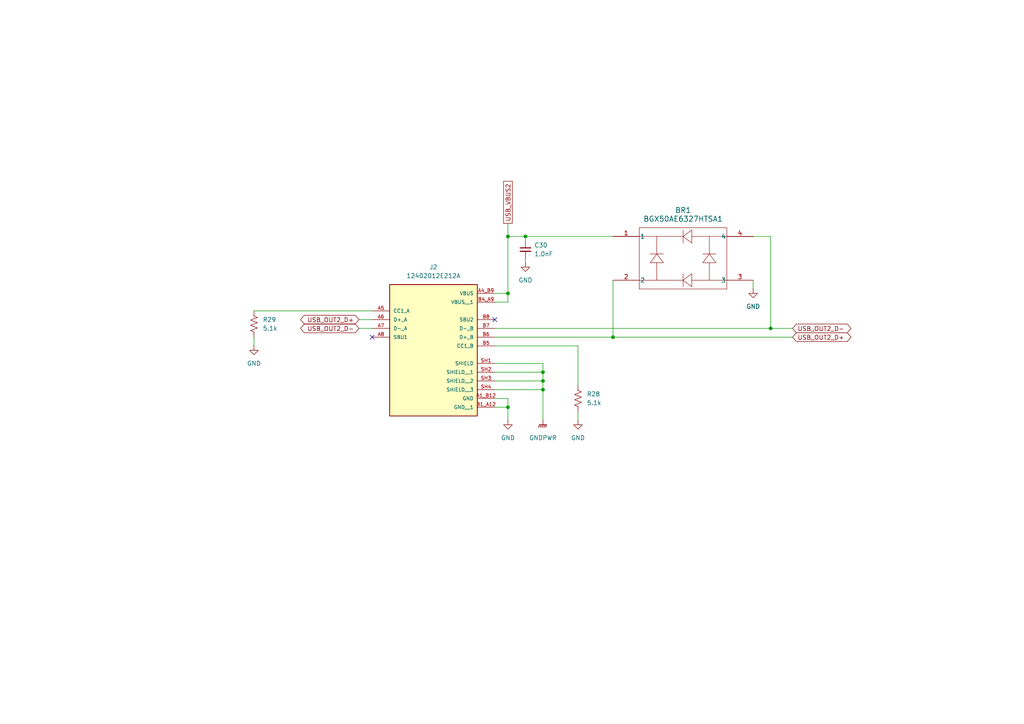
<source format=kicad_sch>
(kicad_sch
	(version 20250114)
	(generator "eeschema")
	(generator_version "9.0")
	(uuid "5d8e0031-9e39-4c0f-a2a4-52d7521c3d33")
	(paper "A4")
	(title_block
		(title "Mechanical Keyboard")
		(date "2025-11-03")
		(rev "A")
	)
	(lib_symbols
		(symbol "12402012E212A:12402012E212A"
			(pin_names
				(offset 1.016)
			)
			(exclude_from_sim no)
			(in_bom yes)
			(on_board yes)
			(property "Reference" "J"
				(at -12.7 13.462 0)
				(effects
					(font
						(size 1.27 1.27)
					)
					(justify left bottom)
				)
			)
			(property "Value" "12402012E212A"
				(at -12.7 -26.162 0)
				(effects
					(font
						(size 1.27 1.27)
					)
					(justify left top)
				)
			)
			(property "Footprint" "12402012E212A:AMPHENOL_12402012E212A"
				(at 0 0 0)
				(effects
					(font
						(size 1.27 1.27)
					)
					(justify bottom)
					(hide yes)
				)
			)
			(property "Datasheet" ""
				(at 0 0 0)
				(effects
					(font
						(size 1.27 1.27)
					)
					(hide yes)
				)
			)
			(property "Description" ""
				(at 0 0 0)
				(effects
					(font
						(size 1.27 1.27)
					)
					(hide yes)
				)
			)
			(property "PARTREV" "4"
				(at 0 0 0)
				(effects
					(font
						(size 1.27 1.27)
					)
					(justify bottom)
					(hide yes)
				)
			)
			(property "STANDARD" "Manufacturer Recommendations"
				(at 0 0 0)
				(effects
					(font
						(size 1.27 1.27)
					)
					(justify bottom)
					(hide yes)
				)
			)
			(property "MAXIMUM_PACKAGE_HEIGHT" "3.26 mm"
				(at 0 0 0)
				(effects
					(font
						(size 1.27 1.27)
					)
					(justify bottom)
					(hide yes)
				)
			)
			(property "MANUFACTURER" "Amphenol"
				(at 0 0 0)
				(effects
					(font
						(size 1.27 1.27)
					)
					(justify bottom)
					(hide yes)
				)
			)
			(symbol "12402012E212A_0_0"
				(rectangle
					(start -12.7 -25.4)
					(end 12.7 12.7)
					(stroke
						(width 0.254)
						(type default)
					)
					(fill
						(type background)
					)
				)
				(pin bidirectional line
					(at -17.78 5.08 0)
					(length 5.08)
					(name "CC1_A"
						(effects
							(font
								(size 1.016 1.016)
							)
						)
					)
					(number "A5"
						(effects
							(font
								(size 1.016 1.016)
							)
						)
					)
				)
				(pin bidirectional line
					(at -17.78 2.54 0)
					(length 5.08)
					(name "D+_A"
						(effects
							(font
								(size 1.016 1.016)
							)
						)
					)
					(number "A6"
						(effects
							(font
								(size 1.016 1.016)
							)
						)
					)
				)
				(pin bidirectional line
					(at -17.78 0 0)
					(length 5.08)
					(name "D-_A"
						(effects
							(font
								(size 1.016 1.016)
							)
						)
					)
					(number "A7"
						(effects
							(font
								(size 1.016 1.016)
							)
						)
					)
				)
				(pin bidirectional line
					(at -17.78 -2.54 0)
					(length 5.08)
					(name "SBU1"
						(effects
							(font
								(size 1.016 1.016)
							)
						)
					)
					(number "A8"
						(effects
							(font
								(size 1.016 1.016)
							)
						)
					)
				)
				(pin power_in line
					(at 17.78 10.16 180)
					(length 5.08)
					(name "VBUS"
						(effects
							(font
								(size 1.016 1.016)
							)
						)
					)
					(number "A4_B9"
						(effects
							(font
								(size 1.016 1.016)
							)
						)
					)
				)
				(pin power_in line
					(at 17.78 7.62 180)
					(length 5.08)
					(name "VBUS__1"
						(effects
							(font
								(size 1.016 1.016)
							)
						)
					)
					(number "B4_A9"
						(effects
							(font
								(size 1.016 1.016)
							)
						)
					)
				)
				(pin bidirectional line
					(at 17.78 2.54 180)
					(length 5.08)
					(name "SBU2"
						(effects
							(font
								(size 1.016 1.016)
							)
						)
					)
					(number "B8"
						(effects
							(font
								(size 1.016 1.016)
							)
						)
					)
				)
				(pin bidirectional line
					(at 17.78 0 180)
					(length 5.08)
					(name "D-_B"
						(effects
							(font
								(size 1.016 1.016)
							)
						)
					)
					(number "B7"
						(effects
							(font
								(size 1.016 1.016)
							)
						)
					)
				)
				(pin bidirectional line
					(at 17.78 -2.54 180)
					(length 5.08)
					(name "D+_B"
						(effects
							(font
								(size 1.016 1.016)
							)
						)
					)
					(number "B6"
						(effects
							(font
								(size 1.016 1.016)
							)
						)
					)
				)
				(pin bidirectional line
					(at 17.78 -5.08 180)
					(length 5.08)
					(name "CC1_B"
						(effects
							(font
								(size 1.016 1.016)
							)
						)
					)
					(number "B5"
						(effects
							(font
								(size 1.016 1.016)
							)
						)
					)
				)
				(pin passive line
					(at 17.78 -10.16 180)
					(length 5.08)
					(name "SHIELD"
						(effects
							(font
								(size 1.016 1.016)
							)
						)
					)
					(number "SH1"
						(effects
							(font
								(size 1.016 1.016)
							)
						)
					)
				)
				(pin passive line
					(at 17.78 -12.7 180)
					(length 5.08)
					(name "SHIELD__1"
						(effects
							(font
								(size 1.016 1.016)
							)
						)
					)
					(number "SH2"
						(effects
							(font
								(size 1.016 1.016)
							)
						)
					)
				)
				(pin passive line
					(at 17.78 -15.24 180)
					(length 5.08)
					(name "SHIELD__2"
						(effects
							(font
								(size 1.016 1.016)
							)
						)
					)
					(number "SH3"
						(effects
							(font
								(size 1.016 1.016)
							)
						)
					)
				)
				(pin passive line
					(at 17.78 -17.78 180)
					(length 5.08)
					(name "SHIELD__3"
						(effects
							(font
								(size 1.016 1.016)
							)
						)
					)
					(number "SH4"
						(effects
							(font
								(size 1.016 1.016)
							)
						)
					)
				)
				(pin power_in line
					(at 17.78 -20.32 180)
					(length 5.08)
					(name "GND"
						(effects
							(font
								(size 1.016 1.016)
							)
						)
					)
					(number "A1_B12"
						(effects
							(font
								(size 1.016 1.016)
							)
						)
					)
				)
				(pin power_in line
					(at 17.78 -22.86 180)
					(length 5.08)
					(name "GND__1"
						(effects
							(font
								(size 1.016 1.016)
							)
						)
					)
					(number "B1_A12"
						(effects
							(font
								(size 1.016 1.016)
							)
						)
					)
				)
			)
			(embedded_fonts no)
		)
		(symbol "BGX50AE6327HTSA1:BGX50AE6327HTSA1"
			(pin_names
				(offset 0.254)
			)
			(exclude_from_sim no)
			(in_bom yes)
			(on_board yes)
			(property "Reference" "BR"
				(at 20.32 7.62 0)
				(effects
					(font
						(size 1.524 1.524)
					)
				)
			)
			(property "Value" "BGX50AE6327HTSA1"
				(at 20.32 5.08 0)
				(effects
					(font
						(size 1.524 1.524)
					)
				)
			)
			(property "Footprint" "SOT143_2p9x1p3-1p9_INF"
				(at 0 0 0)
				(effects
					(font
						(size 1.27 1.27)
						(italic yes)
					)
					(hide yes)
				)
			)
			(property "Datasheet" "https://www.infineon.com/dgdl/Infineon-BGX50ASERIES-DS-v01_01-en.pdf?fileId=db3a30431400ef6801141cc423c404e9"
				(at 0 0 0)
				(effects
					(font
						(size 1.27 1.27)
						(italic yes)
					)
					(hide yes)
				)
			)
			(property "Description" ""
				(at 0 0 0)
				(effects
					(font
						(size 1.27 1.27)
					)
					(hide yes)
				)
			)
			(property "ki_locked" ""
				(at 0 0 0)
				(effects
					(font
						(size 1.27 1.27)
					)
				)
			)
			(property "ki_keywords" "BGX50AE6327HTSA1"
				(at 0 0 0)
				(effects
					(font
						(size 1.27 1.27)
					)
					(hide yes)
				)
			)
			(property "ki_fp_filters" "SOT143_2p9x1p3-1p9_INF SOT143_2p9x1p3-1p9_INF-M SOT143_2p9x1p3-1p9_INF-L"
				(at 0 0 0)
				(effects
					(font
						(size 1.27 1.27)
					)
					(hide yes)
				)
			)
			(symbol "BGX50AE6327HTSA1_0_1"
				(polyline
					(pts
						(xy 7.62 2.54) (xy 7.62 -15.24)
					)
					(stroke
						(width 0.127)
						(type default)
					)
					(fill
						(type none)
					)
				)
				(polyline
					(pts
						(xy 7.62 0) (xy 20.32 0)
					)
					(stroke
						(width 0.127)
						(type default)
					)
					(fill
						(type none)
					)
				)
				(polyline
					(pts
						(xy 7.62 -12.7) (xy 20.32 -12.7)
					)
					(stroke
						(width 0.127)
						(type default)
					)
					(fill
						(type none)
					)
				)
				(polyline
					(pts
						(xy 7.62 -15.24) (xy 33.02 -15.24)
					)
					(stroke
						(width 0.127)
						(type default)
					)
					(fill
						(type none)
					)
				)
				(polyline
					(pts
						(xy 10.795 -7.62) (xy 12.7 -5.08)
					)
					(stroke
						(width 0.127)
						(type default)
					)
					(fill
						(type none)
					)
				)
				(polyline
					(pts
						(xy 12.7 0) (xy 12.7 -5.08)
					)
					(stroke
						(width 0.127)
						(type default)
					)
					(fill
						(type none)
					)
				)
				(polyline
					(pts
						(xy 12.7 -7.62) (xy 12.7 -12.7)
					)
					(stroke
						(width 0.127)
						(type default)
					)
					(fill
						(type none)
					)
				)
				(polyline
					(pts
						(xy 14.605 -5.08) (xy 10.795 -5.08)
					)
					(stroke
						(width 0.127)
						(type default)
					)
					(fill
						(type none)
					)
				)
				(polyline
					(pts
						(xy 14.605 -7.62) (xy 10.795 -7.62)
					)
					(stroke
						(width 0.127)
						(type default)
					)
					(fill
						(type none)
					)
				)
				(polyline
					(pts
						(xy 14.605 -7.62) (xy 12.7 -5.08)
					)
					(stroke
						(width 0.127)
						(type default)
					)
					(fill
						(type none)
					)
				)
				(polyline
					(pts
						(xy 20.32 1.905) (xy 20.32 -1.905)
					)
					(stroke
						(width 0.127)
						(type default)
					)
					(fill
						(type none)
					)
				)
				(polyline
					(pts
						(xy 20.32 -10.795) (xy 20.32 -14.605)
					)
					(stroke
						(width 0.127)
						(type default)
					)
					(fill
						(type none)
					)
				)
				(polyline
					(pts
						(xy 22.86 1.905) (xy 20.32 0)
					)
					(stroke
						(width 0.127)
						(type default)
					)
					(fill
						(type none)
					)
				)
				(polyline
					(pts
						(xy 22.86 1.905) (xy 22.86 -1.905)
					)
					(stroke
						(width 0.127)
						(type default)
					)
					(fill
						(type none)
					)
				)
				(polyline
					(pts
						(xy 22.86 0) (xy 33.02 0)
					)
					(stroke
						(width 0.127)
						(type default)
					)
					(fill
						(type none)
					)
				)
				(polyline
					(pts
						(xy 22.86 -1.905) (xy 20.32 0)
					)
					(stroke
						(width 0.127)
						(type default)
					)
					(fill
						(type none)
					)
				)
				(polyline
					(pts
						(xy 22.86 -10.795) (xy 20.32 -12.7)
					)
					(stroke
						(width 0.127)
						(type default)
					)
					(fill
						(type none)
					)
				)
				(polyline
					(pts
						(xy 22.86 -10.795) (xy 22.86 -14.605)
					)
					(stroke
						(width 0.127)
						(type default)
					)
					(fill
						(type none)
					)
				)
				(polyline
					(pts
						(xy 22.86 -12.7) (xy 33.02 -12.7)
					)
					(stroke
						(width 0.127)
						(type default)
					)
					(fill
						(type none)
					)
				)
				(polyline
					(pts
						(xy 22.86 -14.605) (xy 20.32 -12.7)
					)
					(stroke
						(width 0.127)
						(type default)
					)
					(fill
						(type none)
					)
				)
				(polyline
					(pts
						(xy 26.035 -7.62) (xy 27.94 -5.08)
					)
					(stroke
						(width 0.127)
						(type default)
					)
					(fill
						(type none)
					)
				)
				(polyline
					(pts
						(xy 27.94 0) (xy 27.94 -5.08)
					)
					(stroke
						(width 0.127)
						(type default)
					)
					(fill
						(type none)
					)
				)
				(polyline
					(pts
						(xy 27.94 -7.62) (xy 27.94 -12.7)
					)
					(stroke
						(width 0.127)
						(type default)
					)
					(fill
						(type none)
					)
				)
				(polyline
					(pts
						(xy 29.845 -5.08) (xy 26.035 -5.08)
					)
					(stroke
						(width 0.127)
						(type default)
					)
					(fill
						(type none)
					)
				)
				(polyline
					(pts
						(xy 29.845 -7.62) (xy 26.035 -7.62)
					)
					(stroke
						(width 0.127)
						(type default)
					)
					(fill
						(type none)
					)
				)
				(polyline
					(pts
						(xy 29.845 -7.62) (xy 27.94 -5.08)
					)
					(stroke
						(width 0.127)
						(type default)
					)
					(fill
						(type none)
					)
				)
				(polyline
					(pts
						(xy 33.02 2.54) (xy 7.62 2.54)
					)
					(stroke
						(width 0.127)
						(type default)
					)
					(fill
						(type none)
					)
				)
				(polyline
					(pts
						(xy 33.02 -15.24) (xy 33.02 2.54)
					)
					(stroke
						(width 0.127)
						(type default)
					)
					(fill
						(type none)
					)
				)
				(pin unspecified line
					(at 0 0 0)
					(length 7.62)
					(name "1"
						(effects
							(font
								(size 1.27 1.27)
							)
						)
					)
					(number "1"
						(effects
							(font
								(size 1.27 1.27)
							)
						)
					)
				)
				(pin unspecified line
					(at 0 -12.7 0)
					(length 7.62)
					(name "2"
						(effects
							(font
								(size 1.27 1.27)
							)
						)
					)
					(number "2"
						(effects
							(font
								(size 1.27 1.27)
							)
						)
					)
				)
				(pin unspecified line
					(at 40.64 0 180)
					(length 7.62)
					(name "4"
						(effects
							(font
								(size 1.27 1.27)
							)
						)
					)
					(number "4"
						(effects
							(font
								(size 1.27 1.27)
							)
						)
					)
				)
				(pin unspecified line
					(at 40.64 -12.7 180)
					(length 7.62)
					(name "3"
						(effects
							(font
								(size 1.27 1.27)
							)
						)
					)
					(number "3"
						(effects
							(font
								(size 1.27 1.27)
							)
						)
					)
				)
			)
			(embedded_fonts no)
		)
		(symbol "Device:C_Small"
			(pin_numbers
				(hide yes)
			)
			(pin_names
				(offset 0.254)
				(hide yes)
			)
			(exclude_from_sim no)
			(in_bom yes)
			(on_board yes)
			(property "Reference" "C"
				(at 0.254 1.778 0)
				(effects
					(font
						(size 1.27 1.27)
					)
					(justify left)
				)
			)
			(property "Value" "C_Small"
				(at 0.254 -2.032 0)
				(effects
					(font
						(size 1.27 1.27)
					)
					(justify left)
				)
			)
			(property "Footprint" ""
				(at 0 0 0)
				(effects
					(font
						(size 1.27 1.27)
					)
					(hide yes)
				)
			)
			(property "Datasheet" "~"
				(at 0 0 0)
				(effects
					(font
						(size 1.27 1.27)
					)
					(hide yes)
				)
			)
			(property "Description" "Unpolarized capacitor, small symbol"
				(at 0 0 0)
				(effects
					(font
						(size 1.27 1.27)
					)
					(hide yes)
				)
			)
			(property "ki_keywords" "capacitor cap"
				(at 0 0 0)
				(effects
					(font
						(size 1.27 1.27)
					)
					(hide yes)
				)
			)
			(property "ki_fp_filters" "C_*"
				(at 0 0 0)
				(effects
					(font
						(size 1.27 1.27)
					)
					(hide yes)
				)
			)
			(symbol "C_Small_0_1"
				(polyline
					(pts
						(xy -1.524 0.508) (xy 1.524 0.508)
					)
					(stroke
						(width 0.3048)
						(type default)
					)
					(fill
						(type none)
					)
				)
				(polyline
					(pts
						(xy -1.524 -0.508) (xy 1.524 -0.508)
					)
					(stroke
						(width 0.3302)
						(type default)
					)
					(fill
						(type none)
					)
				)
			)
			(symbol "C_Small_1_1"
				(pin passive line
					(at 0 2.54 270)
					(length 2.032)
					(name "~"
						(effects
							(font
								(size 1.27 1.27)
							)
						)
					)
					(number "1"
						(effects
							(font
								(size 1.27 1.27)
							)
						)
					)
				)
				(pin passive line
					(at 0 -2.54 90)
					(length 2.032)
					(name "~"
						(effects
							(font
								(size 1.27 1.27)
							)
						)
					)
					(number "2"
						(effects
							(font
								(size 1.27 1.27)
							)
						)
					)
				)
			)
			(embedded_fonts no)
		)
		(symbol "Device:R_US"
			(pin_numbers
				(hide yes)
			)
			(pin_names
				(offset 0)
			)
			(exclude_from_sim no)
			(in_bom yes)
			(on_board yes)
			(property "Reference" "R"
				(at 2.54 0 90)
				(effects
					(font
						(size 1.27 1.27)
					)
				)
			)
			(property "Value" "R_US"
				(at -2.54 0 90)
				(effects
					(font
						(size 1.27 1.27)
					)
				)
			)
			(property "Footprint" ""
				(at 1.016 -0.254 90)
				(effects
					(font
						(size 1.27 1.27)
					)
					(hide yes)
				)
			)
			(property "Datasheet" "~"
				(at 0 0 0)
				(effects
					(font
						(size 1.27 1.27)
					)
					(hide yes)
				)
			)
			(property "Description" "Resistor, US symbol"
				(at 0 0 0)
				(effects
					(font
						(size 1.27 1.27)
					)
					(hide yes)
				)
			)
			(property "ki_keywords" "R res resistor"
				(at 0 0 0)
				(effects
					(font
						(size 1.27 1.27)
					)
					(hide yes)
				)
			)
			(property "ki_fp_filters" "R_*"
				(at 0 0 0)
				(effects
					(font
						(size 1.27 1.27)
					)
					(hide yes)
				)
			)
			(symbol "R_US_0_1"
				(polyline
					(pts
						(xy 0 2.286) (xy 0 2.54)
					)
					(stroke
						(width 0)
						(type default)
					)
					(fill
						(type none)
					)
				)
				(polyline
					(pts
						(xy 0 2.286) (xy 1.016 1.905) (xy 0 1.524) (xy -1.016 1.143) (xy 0 0.762)
					)
					(stroke
						(width 0)
						(type default)
					)
					(fill
						(type none)
					)
				)
				(polyline
					(pts
						(xy 0 0.762) (xy 1.016 0.381) (xy 0 0) (xy -1.016 -0.381) (xy 0 -0.762)
					)
					(stroke
						(width 0)
						(type default)
					)
					(fill
						(type none)
					)
				)
				(polyline
					(pts
						(xy 0 -0.762) (xy 1.016 -1.143) (xy 0 -1.524) (xy -1.016 -1.905) (xy 0 -2.286)
					)
					(stroke
						(width 0)
						(type default)
					)
					(fill
						(type none)
					)
				)
				(polyline
					(pts
						(xy 0 -2.286) (xy 0 -2.54)
					)
					(stroke
						(width 0)
						(type default)
					)
					(fill
						(type none)
					)
				)
			)
			(symbol "R_US_1_1"
				(pin passive line
					(at 0 3.81 270)
					(length 1.27)
					(name "~"
						(effects
							(font
								(size 1.27 1.27)
							)
						)
					)
					(number "1"
						(effects
							(font
								(size 1.27 1.27)
							)
						)
					)
				)
				(pin passive line
					(at 0 -3.81 90)
					(length 1.27)
					(name "~"
						(effects
							(font
								(size 1.27 1.27)
							)
						)
					)
					(number "2"
						(effects
							(font
								(size 1.27 1.27)
							)
						)
					)
				)
			)
			(embedded_fonts no)
		)
		(symbol "power:GND"
			(power)
			(pin_numbers
				(hide yes)
			)
			(pin_names
				(offset 0)
				(hide yes)
			)
			(exclude_from_sim no)
			(in_bom yes)
			(on_board yes)
			(property "Reference" "#PWR"
				(at 0 -6.35 0)
				(effects
					(font
						(size 1.27 1.27)
					)
					(hide yes)
				)
			)
			(property "Value" "GND"
				(at 0 -3.81 0)
				(effects
					(font
						(size 1.27 1.27)
					)
				)
			)
			(property "Footprint" ""
				(at 0 0 0)
				(effects
					(font
						(size 1.27 1.27)
					)
					(hide yes)
				)
			)
			(property "Datasheet" ""
				(at 0 0 0)
				(effects
					(font
						(size 1.27 1.27)
					)
					(hide yes)
				)
			)
			(property "Description" "Power symbol creates a global label with name \"GND\" , ground"
				(at 0 0 0)
				(effects
					(font
						(size 1.27 1.27)
					)
					(hide yes)
				)
			)
			(property "ki_keywords" "global power"
				(at 0 0 0)
				(effects
					(font
						(size 1.27 1.27)
					)
					(hide yes)
				)
			)
			(symbol "GND_0_1"
				(polyline
					(pts
						(xy 0 0) (xy 0 -1.27) (xy 1.27 -1.27) (xy 0 -2.54) (xy -1.27 -1.27) (xy 0 -1.27)
					)
					(stroke
						(width 0)
						(type default)
					)
					(fill
						(type none)
					)
				)
			)
			(symbol "GND_1_1"
				(pin power_in line
					(at 0 0 270)
					(length 0)
					(name "~"
						(effects
							(font
								(size 1.27 1.27)
							)
						)
					)
					(number "1"
						(effects
							(font
								(size 1.27 1.27)
							)
						)
					)
				)
			)
			(embedded_fonts no)
		)
		(symbol "power:GNDPWR"
			(power)
			(pin_numbers
				(hide yes)
			)
			(pin_names
				(offset 0)
				(hide yes)
			)
			(exclude_from_sim no)
			(in_bom yes)
			(on_board yes)
			(property "Reference" "#PWR"
				(at 0 -5.08 0)
				(effects
					(font
						(size 1.27 1.27)
					)
					(hide yes)
				)
			)
			(property "Value" "GNDPWR"
				(at 0 -3.302 0)
				(effects
					(font
						(size 1.27 1.27)
					)
				)
			)
			(property "Footprint" ""
				(at 0 -1.27 0)
				(effects
					(font
						(size 1.27 1.27)
					)
					(hide yes)
				)
			)
			(property "Datasheet" ""
				(at 0 -1.27 0)
				(effects
					(font
						(size 1.27 1.27)
					)
					(hide yes)
				)
			)
			(property "Description" "Power symbol creates a global label with name \"GNDPWR\" , global ground"
				(at 0 0 0)
				(effects
					(font
						(size 1.27 1.27)
					)
					(hide yes)
				)
			)
			(property "ki_keywords" "global ground"
				(at 0 0 0)
				(effects
					(font
						(size 1.27 1.27)
					)
					(hide yes)
				)
			)
			(symbol "GNDPWR_0_1"
				(polyline
					(pts
						(xy -1.016 -1.27) (xy -1.27 -2.032) (xy -1.27 -2.032)
					)
					(stroke
						(width 0.2032)
						(type default)
					)
					(fill
						(type none)
					)
				)
				(polyline
					(pts
						(xy -0.508 -1.27) (xy -0.762 -2.032) (xy -0.762 -2.032)
					)
					(stroke
						(width 0.2032)
						(type default)
					)
					(fill
						(type none)
					)
				)
				(polyline
					(pts
						(xy 0 -1.27) (xy 0 0)
					)
					(stroke
						(width 0)
						(type default)
					)
					(fill
						(type none)
					)
				)
				(polyline
					(pts
						(xy 0 -1.27) (xy -0.254 -2.032) (xy -0.254 -2.032)
					)
					(stroke
						(width 0.2032)
						(type default)
					)
					(fill
						(type none)
					)
				)
				(polyline
					(pts
						(xy 0.508 -1.27) (xy 0.254 -2.032) (xy 0.254 -2.032)
					)
					(stroke
						(width 0.2032)
						(type default)
					)
					(fill
						(type none)
					)
				)
				(polyline
					(pts
						(xy 1.016 -1.27) (xy -1.016 -1.27) (xy -1.016 -1.27)
					)
					(stroke
						(width 0.2032)
						(type default)
					)
					(fill
						(type none)
					)
				)
				(polyline
					(pts
						(xy 1.016 -1.27) (xy 0.762 -2.032) (xy 0.762 -2.032) (xy 0.762 -2.032)
					)
					(stroke
						(width 0.2032)
						(type default)
					)
					(fill
						(type none)
					)
				)
			)
			(symbol "GNDPWR_1_1"
				(pin power_in line
					(at 0 0 270)
					(length 0)
					(name "~"
						(effects
							(font
								(size 1.27 1.27)
							)
						)
					)
					(number "1"
						(effects
							(font
								(size 1.27 1.27)
							)
						)
					)
				)
			)
			(embedded_fonts no)
		)
	)
	(junction
		(at 147.32 68.58)
		(diameter 0)
		(color 0 0 0 0)
		(uuid "05c6f1b1-51ed-4afb-a61d-9b106f30af3a")
	)
	(junction
		(at 152.4 68.58)
		(diameter 0)
		(color 0 0 0 0)
		(uuid "49befba8-3819-4dc1-b0ba-965c4b7edbd8")
	)
	(junction
		(at 157.48 113.03)
		(diameter 0)
		(color 0 0 0 0)
		(uuid "5037585b-5fbe-41db-a46e-8f82d41183d7")
	)
	(junction
		(at 147.32 85.09)
		(diameter 0)
		(color 0 0 0 0)
		(uuid "55978dcb-26f4-43bc-998b-58f0a3c5bc6c")
	)
	(junction
		(at 177.8 97.79)
		(diameter 0)
		(color 0 0 0 0)
		(uuid "564340c8-1e76-4ec9-a433-68467d9f9c1e")
	)
	(junction
		(at 157.48 110.49)
		(diameter 0)
		(color 0 0 0 0)
		(uuid "60f63689-775b-4981-888d-7fba4dc59cf4")
	)
	(junction
		(at 147.32 118.11)
		(diameter 0)
		(color 0 0 0 0)
		(uuid "d3d76838-b8d5-4106-bee0-f60cd172d9fe")
	)
	(junction
		(at 223.52 95.25)
		(diameter 0)
		(color 0 0 0 0)
		(uuid "de5616c6-4ba2-4867-bf95-7d3c71c01b9a")
	)
	(junction
		(at 157.48 107.95)
		(diameter 0)
		(color 0 0 0 0)
		(uuid "fa8dcfa7-e434-4e09-add2-0d7f3e729361")
	)
	(no_connect
		(at 143.51 92.71)
		(uuid "00a9296a-2fc3-44c4-beb0-7bf8eee9ffd7")
	)
	(no_connect
		(at 107.95 97.79)
		(uuid "209c9a0d-733e-46c3-9793-3c130d04e322")
	)
	(wire
		(pts
			(xy 143.51 115.57) (xy 147.32 115.57)
		)
		(stroke
			(width 0)
			(type default)
		)
		(uuid "00259b27-93bd-43bf-bc25-b45dac4df2d2")
	)
	(wire
		(pts
			(xy 218.44 68.58) (xy 223.52 68.58)
		)
		(stroke
			(width 0)
			(type default)
		)
		(uuid "03a69833-ce5b-4f02-9b82-0bd3dd06443d")
	)
	(wire
		(pts
			(xy 167.64 119.38) (xy 167.64 121.92)
		)
		(stroke
			(width 0)
			(type default)
		)
		(uuid "05d3a04e-513b-4e5e-93d5-5c95c5660774")
	)
	(wire
		(pts
			(xy 143.51 85.09) (xy 147.32 85.09)
		)
		(stroke
			(width 0)
			(type default)
		)
		(uuid "08bf37c9-ce37-4cbb-ad82-f2d4e9f4f40f")
	)
	(wire
		(pts
			(xy 147.32 68.58) (xy 152.4 68.58)
		)
		(stroke
			(width 0)
			(type default)
		)
		(uuid "09b0fd1d-b9a8-4bef-8841-195244c3a9e0")
	)
	(wire
		(pts
			(xy 143.51 118.11) (xy 147.32 118.11)
		)
		(stroke
			(width 0)
			(type default)
		)
		(uuid "1c07f41e-4f4b-43a8-86f3-5e2ff7263d70")
	)
	(wire
		(pts
			(xy 143.51 110.49) (xy 157.48 110.49)
		)
		(stroke
			(width 0)
			(type default)
		)
		(uuid "249f7126-8162-464b-ab86-6e875b03ea72")
	)
	(wire
		(pts
			(xy 143.51 105.41) (xy 157.48 105.41)
		)
		(stroke
			(width 0)
			(type default)
		)
		(uuid "32706c60-e328-4ed4-aeec-8a5ffca91723")
	)
	(wire
		(pts
			(xy 143.51 97.79) (xy 177.8 97.79)
		)
		(stroke
			(width 0)
			(type default)
		)
		(uuid "3ba91d50-dba5-4a7e-83f3-cd32eafe4fe0")
	)
	(wire
		(pts
			(xy 152.4 74.93) (xy 152.4 76.2)
		)
		(stroke
			(width 0)
			(type default)
		)
		(uuid "4034e650-6929-4bd0-99ab-70e04277408a")
	)
	(wire
		(pts
			(xy 143.51 107.95) (xy 157.48 107.95)
		)
		(stroke
			(width 0)
			(type default)
		)
		(uuid "42c3f0ec-4afd-4dfc-9fde-d58c32cd6227")
	)
	(wire
		(pts
			(xy 73.66 90.17) (xy 107.95 90.17)
		)
		(stroke
			(width 0)
			(type default)
		)
		(uuid "561e1b9c-f4f5-4acd-8c4f-2afc9b47d938")
	)
	(wire
		(pts
			(xy 167.64 111.76) (xy 167.64 100.33)
		)
		(stroke
			(width 0)
			(type default)
		)
		(uuid "5718a2cc-c1b3-4bb4-88dd-0bda441e2f27")
	)
	(wire
		(pts
			(xy 143.51 113.03) (xy 157.48 113.03)
		)
		(stroke
			(width 0)
			(type default)
		)
		(uuid "5ad1d024-82bb-45b2-bb8f-10bf27d2d87f")
	)
	(wire
		(pts
			(xy 143.51 87.63) (xy 147.32 87.63)
		)
		(stroke
			(width 0)
			(type default)
		)
		(uuid "61d0f56b-47fe-451e-be84-d0803e504c05")
	)
	(wire
		(pts
			(xy 177.8 97.79) (xy 229.87 97.79)
		)
		(stroke
			(width 0)
			(type default)
		)
		(uuid "6dc9bc22-dd24-4be9-a39c-0cd3aa8a36e7")
	)
	(wire
		(pts
			(xy 147.32 68.58) (xy 147.32 85.09)
		)
		(stroke
			(width 0)
			(type default)
		)
		(uuid "6f1effcb-4c45-4f0f-b9c7-37543343863c")
	)
	(wire
		(pts
			(xy 157.48 113.03) (xy 157.48 121.92)
		)
		(stroke
			(width 0)
			(type default)
		)
		(uuid "71ae7910-ea3d-4181-a7b4-44c19bc6ac24")
	)
	(wire
		(pts
			(xy 223.52 68.58) (xy 223.52 95.25)
		)
		(stroke
			(width 0)
			(type default)
		)
		(uuid "7512a577-37d1-4912-ac60-9556f2ac4809")
	)
	(wire
		(pts
			(xy 147.32 115.57) (xy 147.32 118.11)
		)
		(stroke
			(width 0)
			(type default)
		)
		(uuid "760ba22c-3999-42af-9aaf-183b45b488ee")
	)
	(wire
		(pts
			(xy 167.64 100.33) (xy 143.51 100.33)
		)
		(stroke
			(width 0)
			(type default)
		)
		(uuid "7beea259-6438-4330-92db-4c343bd9b162")
	)
	(wire
		(pts
			(xy 152.4 69.85) (xy 152.4 68.58)
		)
		(stroke
			(width 0)
			(type default)
		)
		(uuid "850b679a-970a-4297-8a29-e3c22c736bde")
	)
	(wire
		(pts
			(xy 157.48 107.95) (xy 157.48 110.49)
		)
		(stroke
			(width 0)
			(type default)
		)
		(uuid "8ef4b329-d222-4872-92b1-6d3b6fad9576")
	)
	(wire
		(pts
			(xy 157.48 110.49) (xy 157.48 113.03)
		)
		(stroke
			(width 0)
			(type default)
		)
		(uuid "9b27c862-666d-43ef-a0a3-5437905956c3")
	)
	(wire
		(pts
			(xy 152.4 68.58) (xy 177.8 68.58)
		)
		(stroke
			(width 0)
			(type default)
		)
		(uuid "a95943f4-55eb-4095-bb34-d404508dbe99")
	)
	(wire
		(pts
			(xy 143.51 95.25) (xy 223.52 95.25)
		)
		(stroke
			(width 0)
			(type default)
		)
		(uuid "aa4c0f03-6b90-4a58-a37d-b626b2e8d83c")
	)
	(wire
		(pts
			(xy 104.14 95.25) (xy 107.95 95.25)
		)
		(stroke
			(width 0)
			(type default)
		)
		(uuid "b84a8cea-ed1b-4d57-82c4-1cdadbb7b420")
	)
	(wire
		(pts
			(xy 147.32 87.63) (xy 147.32 85.09)
		)
		(stroke
			(width 0)
			(type default)
		)
		(uuid "b9aa890b-0767-4c1d-8a68-c507f50cf373")
	)
	(wire
		(pts
			(xy 147.32 118.11) (xy 147.32 121.92)
		)
		(stroke
			(width 0)
			(type default)
		)
		(uuid "c468a8fe-28b7-4fee-a3f7-323da6779215")
	)
	(wire
		(pts
			(xy 223.52 95.25) (xy 229.87 95.25)
		)
		(stroke
			(width 0)
			(type default)
		)
		(uuid "ca8eec9c-0b47-4d1a-ae90-8a6d428f7b88")
	)
	(wire
		(pts
			(xy 147.32 64.77) (xy 147.32 68.58)
		)
		(stroke
			(width 0)
			(type default)
		)
		(uuid "cb1fb945-0d91-4e70-9459-ecbea0de33c3")
	)
	(wire
		(pts
			(xy 157.48 105.41) (xy 157.48 107.95)
		)
		(stroke
			(width 0)
			(type default)
		)
		(uuid "d3725bad-de07-404a-b7ac-78433eef7c3b")
	)
	(wire
		(pts
			(xy 104.14 92.71) (xy 107.95 92.71)
		)
		(stroke
			(width 0)
			(type default)
		)
		(uuid "d3c07d15-149b-4fa5-b8f8-04e4258110de")
	)
	(wire
		(pts
			(xy 73.66 97.79) (xy 73.66 100.33)
		)
		(stroke
			(width 0)
			(type default)
		)
		(uuid "e5f273e4-1dcf-4117-96d1-2bf79a5cd2dd")
	)
	(wire
		(pts
			(xy 218.44 81.28) (xy 218.44 83.82)
		)
		(stroke
			(width 0)
			(type default)
		)
		(uuid "ef7758ad-ff7d-437d-9cb5-cad725f07416")
	)
	(wire
		(pts
			(xy 177.8 81.28) (xy 177.8 97.79)
		)
		(stroke
			(width 0)
			(type default)
		)
		(uuid "f73b3261-bdd5-4eb2-9ea5-0c8d4abdd48f")
	)
	(global_label "USB_OUT2_D-"
		(shape bidirectional)
		(at 104.14 95.25 180)
		(fields_autoplaced yes)
		(effects
			(font
				(size 1.27 1.27)
			)
			(justify right)
		)
		(uuid "373e0da1-727b-457f-a520-f1530ad41d9a")
		(property "Intersheetrefs" "${INTERSHEET_REFS}"
			(at 86.6178 95.25 0)
			(effects
				(font
					(size 1.27 1.27)
				)
				(justify right)
			)
		)
	)
	(global_label "USB_OUT2_D+"
		(shape bidirectional)
		(at 229.87 97.79 0)
		(fields_autoplaced yes)
		(effects
			(font
				(size 1.27 1.27)
			)
			(justify left)
		)
		(uuid "5627364e-fae3-43bb-9066-3f53e475424a")
		(property "Intersheetrefs" "${INTERSHEET_REFS}"
			(at 247.3922 97.79 0)
			(effects
				(font
					(size 1.27 1.27)
				)
				(justify left)
			)
		)
	)
	(global_label "USB_VBUS2"
		(shape passive)
		(at 147.32 64.77 90)
		(fields_autoplaced yes)
		(effects
			(font
				(size 1.27 1.27)
			)
			(justify left)
		)
		(uuid "86d3cb7c-5b11-48bf-9372-2acd85d6590d")
		(property "Intersheetrefs" "${INTERSHEET_REFS}"
			(at 147.32 52.0104 90)
			(effects
				(font
					(size 1.27 1.27)
				)
				(justify left)
			)
		)
	)
	(global_label "USB_OUT2_D-"
		(shape bidirectional)
		(at 229.87 95.25 0)
		(fields_autoplaced yes)
		(effects
			(font
				(size 1.27 1.27)
			)
			(justify left)
		)
		(uuid "a088d2ba-f9c8-4e20-9a6d-bbbd5d0b9ad5")
		(property "Intersheetrefs" "${INTERSHEET_REFS}"
			(at 247.3922 95.25 0)
			(effects
				(font
					(size 1.27 1.27)
				)
				(justify left)
			)
		)
	)
	(global_label "USB_OUT2_D+"
		(shape bidirectional)
		(at 104.14 92.71 180)
		(fields_autoplaced yes)
		(effects
			(font
				(size 1.27 1.27)
			)
			(justify right)
		)
		(uuid "e3611dc4-ea36-466d-8903-3c97ac2109b1")
		(property "Intersheetrefs" "${INTERSHEET_REFS}"
			(at 86.6178 92.71 0)
			(effects
				(font
					(size 1.27 1.27)
				)
				(justify right)
			)
		)
	)
	(symbol
		(lib_id "power:GND")
		(at 167.64 121.92 0)
		(unit 1)
		(exclude_from_sim no)
		(in_bom yes)
		(on_board yes)
		(dnp no)
		(fields_autoplaced yes)
		(uuid "10b6f4ed-63cc-4c75-9cf8-b3dc8ad6e625")
		(property "Reference" "#PWR032"
			(at 167.64 128.27 0)
			(effects
				(font
					(size 1.27 1.27)
				)
				(hide yes)
			)
		)
		(property "Value" "GND"
			(at 167.64 127 0)
			(effects
				(font
					(size 1.27 1.27)
				)
			)
		)
		(property "Footprint" ""
			(at 167.64 121.92 0)
			(effects
				(font
					(size 1.27 1.27)
				)
				(hide yes)
			)
		)
		(property "Datasheet" ""
			(at 167.64 121.92 0)
			(effects
				(font
					(size 1.27 1.27)
				)
				(hide yes)
			)
		)
		(property "Description" "Power symbol creates a global label with name \"GND\" , ground"
			(at 167.64 121.92 0)
			(effects
				(font
					(size 1.27 1.27)
				)
				(hide yes)
			)
		)
		(pin "1"
			(uuid "0f85ae7c-f865-4b4d-b216-ce9cc376de0d")
		)
		(instances
			(project "Main"
				(path "/432eeaeb-5c19-4b62-9914-84847c26b6b8/adb38be7-3301-48b8-81b4-0ebbf33d28ea"
					(reference "#PWR032")
					(unit 1)
				)
			)
		)
	)
	(symbol
		(lib_id "power:GND")
		(at 147.32 121.92 0)
		(unit 1)
		(exclude_from_sim no)
		(in_bom yes)
		(on_board yes)
		(dnp no)
		(fields_autoplaced yes)
		(uuid "25f6b68c-1996-4553-a736-0d762d351c9a")
		(property "Reference" "#PWR028"
			(at 147.32 128.27 0)
			(effects
				(font
					(size 1.27 1.27)
				)
				(hide yes)
			)
		)
		(property "Value" "GND"
			(at 147.32 127 0)
			(effects
				(font
					(size 1.27 1.27)
				)
			)
		)
		(property "Footprint" ""
			(at 147.32 121.92 0)
			(effects
				(font
					(size 1.27 1.27)
				)
				(hide yes)
			)
		)
		(property "Datasheet" ""
			(at 147.32 121.92 0)
			(effects
				(font
					(size 1.27 1.27)
				)
				(hide yes)
			)
		)
		(property "Description" "Power symbol creates a global label with name \"GND\" , ground"
			(at 147.32 121.92 0)
			(effects
				(font
					(size 1.27 1.27)
				)
				(hide yes)
			)
		)
		(pin "1"
			(uuid "e1749b5d-fa34-46d7-8f4b-2f07406be2ac")
		)
		(instances
			(project "Main"
				(path "/432eeaeb-5c19-4b62-9914-84847c26b6b8/adb38be7-3301-48b8-81b4-0ebbf33d28ea"
					(reference "#PWR028")
					(unit 1)
				)
			)
		)
	)
	(symbol
		(lib_id "BGX50AE6327HTSA1:BGX50AE6327HTSA1")
		(at 177.8 68.58 0)
		(unit 1)
		(exclude_from_sim no)
		(in_bom yes)
		(on_board yes)
		(dnp no)
		(fields_autoplaced yes)
		(uuid "314908a9-8c25-4775-90ca-6f729438e819")
		(property "Reference" "BR1"
			(at 198.12 60.96 0)
			(effects
				(font
					(size 1.524 1.524)
				)
			)
		)
		(property "Value" "BGX50AE6327HTSA1"
			(at 198.12 63.5 0)
			(effects
				(font
					(size 1.524 1.524)
				)
			)
		)
		(property "Footprint" "SOT143_2p9x1p3-1p9_INF"
			(at 177.8 68.58 0)
			(effects
				(font
					(size 1.27 1.27)
					(italic yes)
				)
				(hide yes)
			)
		)
		(property "Datasheet" "https://www.infineon.com/dgdl/Infineon-BGX50ASERIES-DS-v01_01-en.pdf?fileId=db3a30431400ef6801141cc423c404e9"
			(at 177.8 68.58 0)
			(effects
				(font
					(size 1.27 1.27)
					(italic yes)
				)
				(hide yes)
			)
		)
		(property "Description" ""
			(at 177.8 68.58 0)
			(effects
				(font
					(size 1.27 1.27)
				)
				(hide yes)
			)
		)
		(pin "3"
			(uuid "e0c00c32-b801-45e0-8e9e-4c6fe2c32087")
		)
		(pin "1"
			(uuid "b5dbb31c-293b-4b31-9423-52b218081912")
		)
		(pin "4"
			(uuid "5f8798db-dd3e-4b69-b4ab-34d06d2c9f77")
		)
		(pin "2"
			(uuid "8bffacca-bebe-4ea6-8edb-eb6227c91071")
		)
		(instances
			(project ""
				(path "/432eeaeb-5c19-4b62-9914-84847c26b6b8/adb38be7-3301-48b8-81b4-0ebbf33d28ea"
					(reference "BR1")
					(unit 1)
				)
			)
		)
	)
	(symbol
		(lib_id "power:GND")
		(at 73.66 100.33 0)
		(unit 1)
		(exclude_from_sim no)
		(in_bom yes)
		(on_board yes)
		(dnp no)
		(fields_autoplaced yes)
		(uuid "401d78ab-5982-43c4-9827-77ab469c0285")
		(property "Reference" "#PWR033"
			(at 73.66 106.68 0)
			(effects
				(font
					(size 1.27 1.27)
				)
				(hide yes)
			)
		)
		(property "Value" "GND"
			(at 73.66 105.41 0)
			(effects
				(font
					(size 1.27 1.27)
				)
			)
		)
		(property "Footprint" ""
			(at 73.66 100.33 0)
			(effects
				(font
					(size 1.27 1.27)
				)
				(hide yes)
			)
		)
		(property "Datasheet" ""
			(at 73.66 100.33 0)
			(effects
				(font
					(size 1.27 1.27)
				)
				(hide yes)
			)
		)
		(property "Description" "Power symbol creates a global label with name \"GND\" , ground"
			(at 73.66 100.33 0)
			(effects
				(font
					(size 1.27 1.27)
				)
				(hide yes)
			)
		)
		(pin "1"
			(uuid "48280255-c9d5-4723-974d-f11b1c69b0a5")
		)
		(instances
			(project "Main"
				(path "/432eeaeb-5c19-4b62-9914-84847c26b6b8/adb38be7-3301-48b8-81b4-0ebbf33d28ea"
					(reference "#PWR033")
					(unit 1)
				)
			)
		)
	)
	(symbol
		(lib_id "Device:C_Small")
		(at 152.4 72.39 0)
		(unit 1)
		(exclude_from_sim no)
		(in_bom yes)
		(on_board yes)
		(dnp no)
		(fields_autoplaced yes)
		(uuid "91eff227-063c-4349-ac22-5d8ad012c337")
		(property "Reference" "C30"
			(at 154.94 71.1262 0)
			(effects
				(font
					(size 1.27 1.27)
				)
				(justify left)
			)
		)
		(property "Value" "1.0nF"
			(at 154.94 73.6662 0)
			(effects
				(font
					(size 1.27 1.27)
				)
				(justify left)
			)
		)
		(property "Footprint" ""
			(at 152.4 72.39 0)
			(effects
				(font
					(size 1.27 1.27)
				)
				(hide yes)
			)
		)
		(property "Datasheet" "~"
			(at 152.4 72.39 0)
			(effects
				(font
					(size 1.27 1.27)
				)
				(hide yes)
			)
		)
		(property "Description" "Unpolarized capacitor, small symbol"
			(at 152.4 72.39 0)
			(effects
				(font
					(size 1.27 1.27)
				)
				(hide yes)
			)
		)
		(pin "1"
			(uuid "5c658eb5-6577-4536-a476-5e84f5b6cda1")
		)
		(pin "2"
			(uuid "0ffab143-8eaa-475e-b11f-b6c6a08f6748")
		)
		(instances
			(project "Main"
				(path "/432eeaeb-5c19-4b62-9914-84847c26b6b8/adb38be7-3301-48b8-81b4-0ebbf33d28ea"
					(reference "C30")
					(unit 1)
				)
			)
		)
	)
	(symbol
		(lib_id "power:GND")
		(at 152.4 76.2 0)
		(unit 1)
		(exclude_from_sim no)
		(in_bom yes)
		(on_board yes)
		(dnp no)
		(fields_autoplaced yes)
		(uuid "9424cc29-1498-4ea6-871a-e1ff00d7fcbd")
		(property "Reference" "#PWR031"
			(at 152.4 82.55 0)
			(effects
				(font
					(size 1.27 1.27)
				)
				(hide yes)
			)
		)
		(property "Value" "GND"
			(at 152.4 81.28 0)
			(effects
				(font
					(size 1.27 1.27)
				)
			)
		)
		(property "Footprint" ""
			(at 152.4 76.2 0)
			(effects
				(font
					(size 1.27 1.27)
				)
				(hide yes)
			)
		)
		(property "Datasheet" ""
			(at 152.4 76.2 0)
			(effects
				(font
					(size 1.27 1.27)
				)
				(hide yes)
			)
		)
		(property "Description" "Power symbol creates a global label with name \"GND\" , ground"
			(at 152.4 76.2 0)
			(effects
				(font
					(size 1.27 1.27)
				)
				(hide yes)
			)
		)
		(pin "1"
			(uuid "1f59de72-a1d9-4d24-a58c-4c8a0e96b538")
		)
		(instances
			(project "Main"
				(path "/432eeaeb-5c19-4b62-9914-84847c26b6b8/adb38be7-3301-48b8-81b4-0ebbf33d28ea"
					(reference "#PWR031")
					(unit 1)
				)
			)
		)
	)
	(symbol
		(lib_id "power:GNDPWR")
		(at 157.48 121.92 0)
		(unit 1)
		(exclude_from_sim no)
		(in_bom yes)
		(on_board yes)
		(dnp no)
		(uuid "9704c834-058f-4e75-b92d-97876b754169")
		(property "Reference" "#PWR030"
			(at 157.48 127 0)
			(effects
				(font
					(size 1.27 1.27)
				)
				(hide yes)
			)
		)
		(property "Value" "GNDPWR"
			(at 157.48 127 0)
			(effects
				(font
					(size 1.27 1.27)
				)
			)
		)
		(property "Footprint" ""
			(at 157.48 123.19 0)
			(effects
				(font
					(size 1.27 1.27)
				)
				(hide yes)
			)
		)
		(property "Datasheet" ""
			(at 157.48 123.19 0)
			(effects
				(font
					(size 1.27 1.27)
				)
				(hide yes)
			)
		)
		(property "Description" "Power symbol creates a global label with name \"GNDPWR\" , global ground"
			(at 157.48 121.92 0)
			(effects
				(font
					(size 1.27 1.27)
				)
				(hide yes)
			)
		)
		(pin "1"
			(uuid "e22826b5-ecaf-4ad0-a0b8-e32fa54b3a3a")
		)
		(instances
			(project "Main"
				(path "/432eeaeb-5c19-4b62-9914-84847c26b6b8/adb38be7-3301-48b8-81b4-0ebbf33d28ea"
					(reference "#PWR030")
					(unit 1)
				)
			)
		)
	)
	(symbol
		(lib_id "power:GND")
		(at 218.44 83.82 0)
		(unit 1)
		(exclude_from_sim no)
		(in_bom yes)
		(on_board yes)
		(dnp no)
		(fields_autoplaced yes)
		(uuid "bfd80449-7c41-4f97-95df-285dd0e1c17b")
		(property "Reference" "#PWR034"
			(at 218.44 90.17 0)
			(effects
				(font
					(size 1.27 1.27)
				)
				(hide yes)
			)
		)
		(property "Value" "GND"
			(at 218.44 88.9 0)
			(effects
				(font
					(size 1.27 1.27)
				)
			)
		)
		(property "Footprint" ""
			(at 218.44 83.82 0)
			(effects
				(font
					(size 1.27 1.27)
				)
				(hide yes)
			)
		)
		(property "Datasheet" ""
			(at 218.44 83.82 0)
			(effects
				(font
					(size 1.27 1.27)
				)
				(hide yes)
			)
		)
		(property "Description" "Power symbol creates a global label with name \"GND\" , ground"
			(at 218.44 83.82 0)
			(effects
				(font
					(size 1.27 1.27)
				)
				(hide yes)
			)
		)
		(pin "1"
			(uuid "bcc8408b-eb55-449b-a194-6bd67103aadf")
		)
		(instances
			(project "Main"
				(path "/432eeaeb-5c19-4b62-9914-84847c26b6b8/adb38be7-3301-48b8-81b4-0ebbf33d28ea"
					(reference "#PWR034")
					(unit 1)
				)
			)
		)
	)
	(symbol
		(lib_id "Device:R_US")
		(at 167.64 115.57 0)
		(unit 1)
		(exclude_from_sim no)
		(in_bom yes)
		(on_board yes)
		(dnp no)
		(fields_autoplaced yes)
		(uuid "d58e06fa-167d-4227-aafa-978813c838af")
		(property "Reference" "R28"
			(at 170.18 114.2999 0)
			(effects
				(font
					(size 1.27 1.27)
				)
				(justify left)
			)
		)
		(property "Value" "5.1k"
			(at 170.18 116.8399 0)
			(effects
				(font
					(size 1.27 1.27)
				)
				(justify left)
			)
		)
		(property "Footprint" ""
			(at 168.656 115.824 90)
			(effects
				(font
					(size 1.27 1.27)
				)
				(hide yes)
			)
		)
		(property "Datasheet" "~"
			(at 167.64 115.57 0)
			(effects
				(font
					(size 1.27 1.27)
				)
				(hide yes)
			)
		)
		(property "Description" "Resistor, US symbol"
			(at 167.64 115.57 0)
			(effects
				(font
					(size 1.27 1.27)
				)
				(hide yes)
			)
		)
		(pin "1"
			(uuid "de2a30fb-cdb2-4362-b1b8-51cc1606bd12")
		)
		(pin "2"
			(uuid "8ece51c3-848b-4832-8c66-8215c0f2d48c")
		)
		(instances
			(project "Main"
				(path "/432eeaeb-5c19-4b62-9914-84847c26b6b8/adb38be7-3301-48b8-81b4-0ebbf33d28ea"
					(reference "R28")
					(unit 1)
				)
			)
		)
	)
	(symbol
		(lib_id "12402012E212A:12402012E212A")
		(at 125.73 95.25 0)
		(unit 1)
		(exclude_from_sim no)
		(in_bom yes)
		(on_board yes)
		(dnp no)
		(fields_autoplaced yes)
		(uuid "e28c168e-3365-49ee-b0a2-be844c06bc30")
		(property "Reference" "J2"
			(at 125.73 77.47 0)
			(effects
				(font
					(size 1.27 1.27)
				)
			)
		)
		(property "Value" "12402012E212A"
			(at 125.73 80.01 0)
			(effects
				(font
					(size 1.27 1.27)
				)
			)
		)
		(property "Footprint" "12402012E212A:AMPHENOL_12402012E212A"
			(at 125.73 95.25 0)
			(effects
				(font
					(size 1.27 1.27)
				)
				(justify bottom)
				(hide yes)
			)
		)
		(property "Datasheet" ""
			(at 125.73 95.25 0)
			(effects
				(font
					(size 1.27 1.27)
				)
				(hide yes)
			)
		)
		(property "Description" ""
			(at 125.73 95.25 0)
			(effects
				(font
					(size 1.27 1.27)
				)
				(hide yes)
			)
		)
		(property "PARTREV" "4"
			(at 125.73 95.25 0)
			(effects
				(font
					(size 1.27 1.27)
				)
				(justify bottom)
				(hide yes)
			)
		)
		(property "STANDARD" "Manufacturer Recommendations"
			(at 125.73 95.25 0)
			(effects
				(font
					(size 1.27 1.27)
				)
				(justify bottom)
				(hide yes)
			)
		)
		(property "MAXIMUM_PACKAGE_HEIGHT" "3.26 mm"
			(at 125.73 95.25 0)
			(effects
				(font
					(size 1.27 1.27)
				)
				(justify bottom)
				(hide yes)
			)
		)
		(property "MANUFACTURER" "Amphenol"
			(at 125.73 95.25 0)
			(effects
				(font
					(size 1.27 1.27)
				)
				(justify bottom)
				(hide yes)
			)
		)
		(pin "A4_B9"
			(uuid "8e5227c3-ca55-42eb-b7a9-1ff6cbc03323")
		)
		(pin "A6"
			(uuid "22c87d9c-7b38-49b6-afe8-540c4946d325")
		)
		(pin "A7"
			(uuid "a2df8f32-710b-400b-b9a5-a1aa42f19859")
		)
		(pin "A5"
			(uuid "59a8713d-84e1-4e96-bc54-a9b848733eec")
		)
		(pin "A1_B12"
			(uuid "80f9e212-e571-4078-ba11-b0dab3c9c1ae")
		)
		(pin "A8"
			(uuid "a206d403-30dd-4918-a267-ba94a01c6afc")
		)
		(pin "B1_A12"
			(uuid "33260826-947b-479c-865b-145946ca71da")
		)
		(pin "B4_A9"
			(uuid "a3197c07-c88e-4efc-9a25-47f3b2a10890")
		)
		(pin "B5"
			(uuid "7944dff1-319b-4164-93eb-f5c43fb5ac60")
		)
		(pin "B6"
			(uuid "b77686be-623b-4a4a-a7c0-ebee60e63b5e")
		)
		(pin "SH3"
			(uuid "38aa923a-d485-4ade-b9cf-e4c42cd7c446")
		)
		(pin "B7"
			(uuid "4e270420-e45b-4203-bc8c-b1a98a457887")
		)
		(pin "SH1"
			(uuid "2b2c1a3c-094a-4634-9171-06f44d94e44a")
		)
		(pin "SH2"
			(uuid "b12e04e8-81fd-4718-9355-62b257b07065")
		)
		(pin "SH4"
			(uuid "eef2bc37-0e58-4b16-8df2-d2427a1a6d2e")
		)
		(pin "B8"
			(uuid "a45458a4-565b-47be-a50b-08368400473f")
		)
		(instances
			(project "Main"
				(path "/432eeaeb-5c19-4b62-9914-84847c26b6b8/adb38be7-3301-48b8-81b4-0ebbf33d28ea"
					(reference "J2")
					(unit 1)
				)
			)
		)
	)
	(symbol
		(lib_id "Device:R_US")
		(at 73.66 93.98 0)
		(unit 1)
		(exclude_from_sim no)
		(in_bom yes)
		(on_board yes)
		(dnp no)
		(fields_autoplaced yes)
		(uuid "f9822e3e-4c45-4b8a-a45d-74ae8ff7a303")
		(property "Reference" "R29"
			(at 76.2 92.7099 0)
			(effects
				(font
					(size 1.27 1.27)
				)
				(justify left)
			)
		)
		(property "Value" "5.1k"
			(at 76.2 95.2499 0)
			(effects
				(font
					(size 1.27 1.27)
				)
				(justify left)
			)
		)
		(property "Footprint" ""
			(at 74.676 94.234 90)
			(effects
				(font
					(size 1.27 1.27)
				)
				(hide yes)
			)
		)
		(property "Datasheet" "~"
			(at 73.66 93.98 0)
			(effects
				(font
					(size 1.27 1.27)
				)
				(hide yes)
			)
		)
		(property "Description" "Resistor, US symbol"
			(at 73.66 93.98 0)
			(effects
				(font
					(size 1.27 1.27)
				)
				(hide yes)
			)
		)
		(pin "1"
			(uuid "7c58f36b-1d43-4e82-8f19-05984f6d02ac")
		)
		(pin "2"
			(uuid "d8270f8a-4040-4533-88fa-f6f95c39a7da")
		)
		(instances
			(project "Main"
				(path "/432eeaeb-5c19-4b62-9914-84847c26b6b8/adb38be7-3301-48b8-81b4-0ebbf33d28ea"
					(reference "R29")
					(unit 1)
				)
			)
		)
	)
)

</source>
